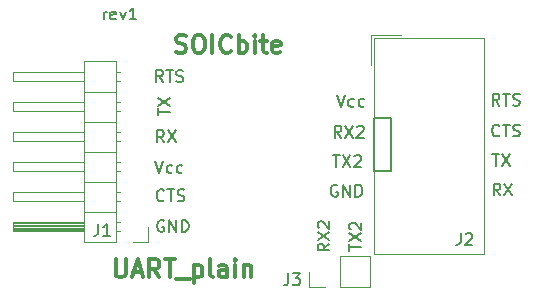
<source format=gbr>
G04 #@! TF.GenerationSoftware,KiCad,Pcbnew,5.0.2-bee76a0~70~ubuntu18.04.1*
G04 #@! TF.CreationDate,2019-08-02T17:52:02+01:00*
G04 #@! TF.ProjectId,UART_plain,55415254-5f70-46c6-9169-6e2e6b696361,rev?*
G04 #@! TF.SameCoordinates,Original*
G04 #@! TF.FileFunction,Legend,Top*
G04 #@! TF.FilePolarity,Positive*
%FSLAX46Y46*%
G04 Gerber Fmt 4.6, Leading zero omitted, Abs format (unit mm)*
G04 Created by KiCad (PCBNEW 5.0.2-bee76a0~70~ubuntu18.04.1) date Fri 02 Aug 2019 17:52:02 BST*
%MOMM*%
%LPD*%
G01*
G04 APERTURE LIST*
%ADD10C,0.200000*%
%ADD11C,0.300000*%
%ADD12C,0.120000*%
%ADD13C,0.150000*%
G04 APERTURE END LIST*
D10*
X125052380Y-104142857D02*
X124576190Y-104476190D01*
X125052380Y-104714285D02*
X124052380Y-104714285D01*
X124052380Y-104333333D01*
X124100000Y-104238095D01*
X124147619Y-104190476D01*
X124242857Y-104142857D01*
X124385714Y-104142857D01*
X124480952Y-104190476D01*
X124528571Y-104238095D01*
X124576190Y-104333333D01*
X124576190Y-104714285D01*
X124052380Y-103809523D02*
X125052380Y-103142857D01*
X124052380Y-103142857D02*
X125052380Y-103809523D01*
X124147619Y-102809523D02*
X124100000Y-102761904D01*
X124052380Y-102666666D01*
X124052380Y-102428571D01*
X124100000Y-102333333D01*
X124147619Y-102285714D01*
X124242857Y-102238095D01*
X124338095Y-102238095D01*
X124480952Y-102285714D01*
X125052380Y-102857142D01*
X125052380Y-102238095D01*
X126752380Y-104738095D02*
X126752380Y-104166666D01*
X127752380Y-104452380D02*
X126752380Y-104452380D01*
X126752380Y-103928571D02*
X127752380Y-103261904D01*
X126752380Y-103261904D02*
X127752380Y-103928571D01*
X126847619Y-102928571D02*
X126800000Y-102880952D01*
X126752380Y-102785714D01*
X126752380Y-102547619D01*
X126800000Y-102452380D01*
X126847619Y-102404761D01*
X126942857Y-102357142D01*
X127038095Y-102357142D01*
X127180952Y-102404761D01*
X127752380Y-102976190D01*
X127752380Y-102357142D01*
X110952380Y-90452380D02*
X110619047Y-89976190D01*
X110380952Y-90452380D02*
X110380952Y-89452380D01*
X110761904Y-89452380D01*
X110857142Y-89500000D01*
X110904761Y-89547619D01*
X110952380Y-89642857D01*
X110952380Y-89785714D01*
X110904761Y-89880952D01*
X110857142Y-89928571D01*
X110761904Y-89976190D01*
X110380952Y-89976190D01*
X111238095Y-89452380D02*
X111809523Y-89452380D01*
X111523809Y-90452380D02*
X111523809Y-89452380D01*
X112095238Y-90404761D02*
X112238095Y-90452380D01*
X112476190Y-90452380D01*
X112571428Y-90404761D01*
X112619047Y-90357142D01*
X112666666Y-90261904D01*
X112666666Y-90166666D01*
X112619047Y-90071428D01*
X112571428Y-90023809D01*
X112476190Y-89976190D01*
X112285714Y-89928571D01*
X112190476Y-89880952D01*
X112142857Y-89833333D01*
X112095238Y-89738095D01*
X112095238Y-89642857D01*
X112142857Y-89547619D01*
X112190476Y-89500000D01*
X112285714Y-89452380D01*
X112523809Y-89452380D01*
X112666666Y-89500000D01*
X111033333Y-95552380D02*
X110700000Y-95076190D01*
X110461904Y-95552380D02*
X110461904Y-94552380D01*
X110842857Y-94552380D01*
X110938095Y-94600000D01*
X110985714Y-94647619D01*
X111033333Y-94742857D01*
X111033333Y-94885714D01*
X110985714Y-94980952D01*
X110938095Y-95028571D01*
X110842857Y-95076190D01*
X110461904Y-95076190D01*
X111366666Y-94552380D02*
X112033333Y-95552380D01*
X112033333Y-94552380D02*
X111366666Y-95552380D01*
X110552380Y-93261904D02*
X110552380Y-92690476D01*
X111552380Y-92976190D02*
X110552380Y-92976190D01*
X110552380Y-92452380D02*
X111552380Y-91785714D01*
X110552380Y-91785714D02*
X111552380Y-92452380D01*
X111052380Y-100457142D02*
X111004761Y-100504761D01*
X110861904Y-100552380D01*
X110766666Y-100552380D01*
X110623809Y-100504761D01*
X110528571Y-100409523D01*
X110480952Y-100314285D01*
X110433333Y-100123809D01*
X110433333Y-99980952D01*
X110480952Y-99790476D01*
X110528571Y-99695238D01*
X110623809Y-99600000D01*
X110766666Y-99552380D01*
X110861904Y-99552380D01*
X111004761Y-99600000D01*
X111052380Y-99647619D01*
X111338095Y-99552380D02*
X111909523Y-99552380D01*
X111623809Y-100552380D02*
X111623809Y-99552380D01*
X112195238Y-100504761D02*
X112338095Y-100552380D01*
X112576190Y-100552380D01*
X112671428Y-100504761D01*
X112719047Y-100457142D01*
X112766666Y-100361904D01*
X112766666Y-100266666D01*
X112719047Y-100171428D01*
X112671428Y-100123809D01*
X112576190Y-100076190D01*
X112385714Y-100028571D01*
X112290476Y-99980952D01*
X112242857Y-99933333D01*
X112195238Y-99838095D01*
X112195238Y-99742857D01*
X112242857Y-99647619D01*
X112290476Y-99600000D01*
X112385714Y-99552380D01*
X112623809Y-99552380D01*
X112766666Y-99600000D01*
X111038095Y-102200000D02*
X110942857Y-102152380D01*
X110800000Y-102152380D01*
X110657142Y-102200000D01*
X110561904Y-102295238D01*
X110514285Y-102390476D01*
X110466666Y-102580952D01*
X110466666Y-102723809D01*
X110514285Y-102914285D01*
X110561904Y-103009523D01*
X110657142Y-103104761D01*
X110800000Y-103152380D01*
X110895238Y-103152380D01*
X111038095Y-103104761D01*
X111085714Y-103057142D01*
X111085714Y-102723809D01*
X110895238Y-102723809D01*
X111514285Y-103152380D02*
X111514285Y-102152380D01*
X112085714Y-103152380D01*
X112085714Y-102152380D01*
X112561904Y-103152380D02*
X112561904Y-102152380D01*
X112800000Y-102152380D01*
X112942857Y-102200000D01*
X113038095Y-102295238D01*
X113085714Y-102390476D01*
X113133333Y-102580952D01*
X113133333Y-102723809D01*
X113085714Y-102914285D01*
X113038095Y-103009523D01*
X112942857Y-103104761D01*
X112800000Y-103152380D01*
X112561904Y-103152380D01*
X110309523Y-97152380D02*
X110642857Y-98152380D01*
X110976190Y-97152380D01*
X111738095Y-98104761D02*
X111642857Y-98152380D01*
X111452380Y-98152380D01*
X111357142Y-98104761D01*
X111309523Y-98057142D01*
X111261904Y-97961904D01*
X111261904Y-97676190D01*
X111309523Y-97580952D01*
X111357142Y-97533333D01*
X111452380Y-97485714D01*
X111642857Y-97485714D01*
X111738095Y-97533333D01*
X112595238Y-98104761D02*
X112500000Y-98152380D01*
X112309523Y-98152380D01*
X112214285Y-98104761D01*
X112166666Y-98057142D01*
X112119047Y-97961904D01*
X112119047Y-97676190D01*
X112166666Y-97580952D01*
X112214285Y-97533333D01*
X112309523Y-97485714D01*
X112500000Y-97485714D01*
X112595238Y-97533333D01*
D11*
X112071428Y-87907142D02*
X112285714Y-87978571D01*
X112642857Y-87978571D01*
X112785714Y-87907142D01*
X112857142Y-87835714D01*
X112928571Y-87692857D01*
X112928571Y-87550000D01*
X112857142Y-87407142D01*
X112785714Y-87335714D01*
X112642857Y-87264285D01*
X112357142Y-87192857D01*
X112214285Y-87121428D01*
X112142857Y-87050000D01*
X112071428Y-86907142D01*
X112071428Y-86764285D01*
X112142857Y-86621428D01*
X112214285Y-86550000D01*
X112357142Y-86478571D01*
X112714285Y-86478571D01*
X112928571Y-86550000D01*
X113857142Y-86478571D02*
X114142857Y-86478571D01*
X114285714Y-86550000D01*
X114428571Y-86692857D01*
X114500000Y-86978571D01*
X114500000Y-87478571D01*
X114428571Y-87764285D01*
X114285714Y-87907142D01*
X114142857Y-87978571D01*
X113857142Y-87978571D01*
X113714285Y-87907142D01*
X113571428Y-87764285D01*
X113500000Y-87478571D01*
X113500000Y-86978571D01*
X113571428Y-86692857D01*
X113714285Y-86550000D01*
X113857142Y-86478571D01*
X115142857Y-87978571D02*
X115142857Y-86478571D01*
X116714285Y-87835714D02*
X116642857Y-87907142D01*
X116428571Y-87978571D01*
X116285714Y-87978571D01*
X116071428Y-87907142D01*
X115928571Y-87764285D01*
X115857142Y-87621428D01*
X115785714Y-87335714D01*
X115785714Y-87121428D01*
X115857142Y-86835714D01*
X115928571Y-86692857D01*
X116071428Y-86550000D01*
X116285714Y-86478571D01*
X116428571Y-86478571D01*
X116642857Y-86550000D01*
X116714285Y-86621428D01*
X117357142Y-87978571D02*
X117357142Y-86478571D01*
X117357142Y-87050000D02*
X117500000Y-86978571D01*
X117785714Y-86978571D01*
X117928571Y-87050000D01*
X118000000Y-87121428D01*
X118071428Y-87264285D01*
X118071428Y-87692857D01*
X118000000Y-87835714D01*
X117928571Y-87907142D01*
X117785714Y-87978571D01*
X117500000Y-87978571D01*
X117357142Y-87907142D01*
X118714285Y-87978571D02*
X118714285Y-86978571D01*
X118714285Y-86478571D02*
X118642857Y-86550000D01*
X118714285Y-86621428D01*
X118785714Y-86550000D01*
X118714285Y-86478571D01*
X118714285Y-86621428D01*
X119214285Y-86978571D02*
X119785714Y-86978571D01*
X119428571Y-86478571D02*
X119428571Y-87764285D01*
X119500000Y-87907142D01*
X119642857Y-87978571D01*
X119785714Y-87978571D01*
X120857142Y-87907142D02*
X120714285Y-87978571D01*
X120428571Y-87978571D01*
X120285714Y-87907142D01*
X120214285Y-87764285D01*
X120214285Y-87192857D01*
X120285714Y-87050000D01*
X120428571Y-86978571D01*
X120714285Y-86978571D01*
X120857142Y-87050000D01*
X120928571Y-87192857D01*
X120928571Y-87335714D01*
X120214285Y-87478571D01*
D10*
X139452380Y-92452380D02*
X139119047Y-91976190D01*
X138880952Y-92452380D02*
X138880952Y-91452380D01*
X139261904Y-91452380D01*
X139357142Y-91500000D01*
X139404761Y-91547619D01*
X139452380Y-91642857D01*
X139452380Y-91785714D01*
X139404761Y-91880952D01*
X139357142Y-91928571D01*
X139261904Y-91976190D01*
X138880952Y-91976190D01*
X139738095Y-91452380D02*
X140309523Y-91452380D01*
X140023809Y-92452380D02*
X140023809Y-91452380D01*
X140595238Y-92404761D02*
X140738095Y-92452380D01*
X140976190Y-92452380D01*
X141071428Y-92404761D01*
X141119047Y-92357142D01*
X141166666Y-92261904D01*
X141166666Y-92166666D01*
X141119047Y-92071428D01*
X141071428Y-92023809D01*
X140976190Y-91976190D01*
X140785714Y-91928571D01*
X140690476Y-91880952D01*
X140642857Y-91833333D01*
X140595238Y-91738095D01*
X140595238Y-91642857D01*
X140642857Y-91547619D01*
X140690476Y-91500000D01*
X140785714Y-91452380D01*
X141023809Y-91452380D01*
X141166666Y-91500000D01*
X139452380Y-94957142D02*
X139404761Y-95004761D01*
X139261904Y-95052380D01*
X139166666Y-95052380D01*
X139023809Y-95004761D01*
X138928571Y-94909523D01*
X138880952Y-94814285D01*
X138833333Y-94623809D01*
X138833333Y-94480952D01*
X138880952Y-94290476D01*
X138928571Y-94195238D01*
X139023809Y-94100000D01*
X139166666Y-94052380D01*
X139261904Y-94052380D01*
X139404761Y-94100000D01*
X139452380Y-94147619D01*
X139738095Y-94052380D02*
X140309523Y-94052380D01*
X140023809Y-95052380D02*
X140023809Y-94052380D01*
X140595238Y-95004761D02*
X140738095Y-95052380D01*
X140976190Y-95052380D01*
X141071428Y-95004761D01*
X141119047Y-94957142D01*
X141166666Y-94861904D01*
X141166666Y-94766666D01*
X141119047Y-94671428D01*
X141071428Y-94623809D01*
X140976190Y-94576190D01*
X140785714Y-94528571D01*
X140690476Y-94480952D01*
X140642857Y-94433333D01*
X140595238Y-94338095D01*
X140595238Y-94242857D01*
X140642857Y-94147619D01*
X140690476Y-94100000D01*
X140785714Y-94052380D01*
X141023809Y-94052380D01*
X141166666Y-94100000D01*
X138838095Y-96552380D02*
X139409523Y-96552380D01*
X139123809Y-97552380D02*
X139123809Y-96552380D01*
X139647619Y-96552380D02*
X140314285Y-97552380D01*
X140314285Y-96552380D02*
X139647619Y-97552380D01*
X139533333Y-100052380D02*
X139200000Y-99576190D01*
X138961904Y-100052380D02*
X138961904Y-99052380D01*
X139342857Y-99052380D01*
X139438095Y-99100000D01*
X139485714Y-99147619D01*
X139533333Y-99242857D01*
X139533333Y-99385714D01*
X139485714Y-99480952D01*
X139438095Y-99528571D01*
X139342857Y-99576190D01*
X138961904Y-99576190D01*
X139866666Y-99052380D02*
X140533333Y-100052380D01*
X140533333Y-99052380D02*
X139866666Y-100052380D01*
X125738095Y-99200000D02*
X125642857Y-99152380D01*
X125500000Y-99152380D01*
X125357142Y-99200000D01*
X125261904Y-99295238D01*
X125214285Y-99390476D01*
X125166666Y-99580952D01*
X125166666Y-99723809D01*
X125214285Y-99914285D01*
X125261904Y-100009523D01*
X125357142Y-100104761D01*
X125500000Y-100152380D01*
X125595238Y-100152380D01*
X125738095Y-100104761D01*
X125785714Y-100057142D01*
X125785714Y-99723809D01*
X125595238Y-99723809D01*
X126214285Y-100152380D02*
X126214285Y-99152380D01*
X126785714Y-100152380D01*
X126785714Y-99152380D01*
X127261904Y-100152380D02*
X127261904Y-99152380D01*
X127500000Y-99152380D01*
X127642857Y-99200000D01*
X127738095Y-99295238D01*
X127785714Y-99390476D01*
X127833333Y-99580952D01*
X127833333Y-99723809D01*
X127785714Y-99914285D01*
X127738095Y-100009523D01*
X127642857Y-100104761D01*
X127500000Y-100152380D01*
X127261904Y-100152380D01*
X125361904Y-96652380D02*
X125933333Y-96652380D01*
X125647619Y-97652380D02*
X125647619Y-96652380D01*
X126171428Y-96652380D02*
X126838095Y-97652380D01*
X126838095Y-96652380D02*
X126171428Y-97652380D01*
X127171428Y-96747619D02*
X127219047Y-96700000D01*
X127314285Y-96652380D01*
X127552380Y-96652380D01*
X127647619Y-96700000D01*
X127695238Y-96747619D01*
X127742857Y-96842857D01*
X127742857Y-96938095D01*
X127695238Y-97080952D01*
X127123809Y-97652380D01*
X127742857Y-97652380D01*
X126057142Y-95152380D02*
X125723809Y-94676190D01*
X125485714Y-95152380D02*
X125485714Y-94152380D01*
X125866666Y-94152380D01*
X125961904Y-94200000D01*
X126009523Y-94247619D01*
X126057142Y-94342857D01*
X126057142Y-94485714D01*
X126009523Y-94580952D01*
X125961904Y-94628571D01*
X125866666Y-94676190D01*
X125485714Y-94676190D01*
X126390476Y-94152380D02*
X127057142Y-95152380D01*
X127057142Y-94152380D02*
X126390476Y-95152380D01*
X127390476Y-94247619D02*
X127438095Y-94200000D01*
X127533333Y-94152380D01*
X127771428Y-94152380D01*
X127866666Y-94200000D01*
X127914285Y-94247619D01*
X127961904Y-94342857D01*
X127961904Y-94438095D01*
X127914285Y-94580952D01*
X127342857Y-95152380D01*
X127961904Y-95152380D01*
X125709523Y-91552380D02*
X126042857Y-92552380D01*
X126376190Y-91552380D01*
X127138095Y-92504761D02*
X127042857Y-92552380D01*
X126852380Y-92552380D01*
X126757142Y-92504761D01*
X126709523Y-92457142D01*
X126661904Y-92361904D01*
X126661904Y-92076190D01*
X126709523Y-91980952D01*
X126757142Y-91933333D01*
X126852380Y-91885714D01*
X127042857Y-91885714D01*
X127138095Y-91933333D01*
X127995238Y-92504761D02*
X127900000Y-92552380D01*
X127709523Y-92552380D01*
X127614285Y-92504761D01*
X127566666Y-92457142D01*
X127519047Y-92361904D01*
X127519047Y-92076190D01*
X127566666Y-91980952D01*
X127614285Y-91933333D01*
X127709523Y-91885714D01*
X127900000Y-91885714D01*
X127995238Y-91933333D01*
X105942857Y-85152380D02*
X105942857Y-84485714D01*
X105942857Y-84676190D02*
X105990476Y-84580952D01*
X106038095Y-84533333D01*
X106133333Y-84485714D01*
X106228571Y-84485714D01*
X106942857Y-85104761D02*
X106847619Y-85152380D01*
X106657142Y-85152380D01*
X106561904Y-85104761D01*
X106514285Y-85009523D01*
X106514285Y-84628571D01*
X106561904Y-84533333D01*
X106657142Y-84485714D01*
X106847619Y-84485714D01*
X106942857Y-84533333D01*
X106990476Y-84628571D01*
X106990476Y-84723809D01*
X106514285Y-84819047D01*
X107323809Y-84485714D02*
X107561904Y-85152380D01*
X107800000Y-84485714D01*
X108704761Y-85152380D02*
X108133333Y-85152380D01*
X108419047Y-85152380D02*
X108419047Y-84152380D01*
X108323809Y-84295238D01*
X108228571Y-84390476D01*
X108133333Y-84438095D01*
D11*
X106949999Y-105478571D02*
X106949999Y-106692857D01*
X107021428Y-106835714D01*
X107092857Y-106907142D01*
X107235714Y-106978571D01*
X107521428Y-106978571D01*
X107664285Y-106907142D01*
X107735714Y-106835714D01*
X107807142Y-106692857D01*
X107807142Y-105478571D01*
X108449999Y-106550000D02*
X109164285Y-106550000D01*
X108307142Y-106978571D02*
X108807142Y-105478571D01*
X109307142Y-106978571D01*
X110664285Y-106978571D02*
X110164285Y-106264285D01*
X109807142Y-106978571D02*
X109807142Y-105478571D01*
X110378571Y-105478571D01*
X110521428Y-105550000D01*
X110592857Y-105621428D01*
X110664285Y-105764285D01*
X110664285Y-105978571D01*
X110592857Y-106121428D01*
X110521428Y-106192857D01*
X110378571Y-106264285D01*
X109807142Y-106264285D01*
X111092857Y-105478571D02*
X111949999Y-105478571D01*
X111521428Y-106978571D02*
X111521428Y-105478571D01*
X112092857Y-107121428D02*
X113235714Y-107121428D01*
X113592857Y-105978571D02*
X113592857Y-107478571D01*
X113592857Y-106050000D02*
X113735714Y-105978571D01*
X114021428Y-105978571D01*
X114164285Y-106050000D01*
X114235714Y-106121428D01*
X114307142Y-106264285D01*
X114307142Y-106692857D01*
X114235714Y-106835714D01*
X114164285Y-106907142D01*
X114021428Y-106978571D01*
X113735714Y-106978571D01*
X113592857Y-106907142D01*
X115164285Y-106978571D02*
X115021428Y-106907142D01*
X114949999Y-106764285D01*
X114949999Y-105478571D01*
X116378571Y-106978571D02*
X116378571Y-106192857D01*
X116307142Y-106050000D01*
X116164285Y-105978571D01*
X115878571Y-105978571D01*
X115735714Y-106050000D01*
X116378571Y-106907142D02*
X116235714Y-106978571D01*
X115878571Y-106978571D01*
X115735714Y-106907142D01*
X115664285Y-106764285D01*
X115664285Y-106621428D01*
X115735714Y-106478571D01*
X115878571Y-106407142D01*
X116235714Y-106407142D01*
X116378571Y-106335714D01*
X117092857Y-106978571D02*
X117092857Y-105978571D01*
X117092857Y-105478571D02*
X117021428Y-105550000D01*
X117092857Y-105621428D01*
X117164285Y-105550000D01*
X117092857Y-105478571D01*
X117092857Y-105621428D01*
X117807142Y-105978571D02*
X117807142Y-106978571D01*
X117807142Y-106121428D02*
X117878571Y-106050000D01*
X118021428Y-105978571D01*
X118235714Y-105978571D01*
X118378571Y-106050000D01*
X118449999Y-106192857D01*
X118449999Y-106978571D01*
D10*
X128800000Y-98000000D02*
X128800000Y-93500000D01*
X130300000Y-98000000D02*
X128800000Y-98000000D01*
X130300000Y-93500000D02*
X130300000Y-98000000D01*
X128800000Y-93500000D02*
X130300000Y-93500000D01*
D12*
G04 #@! TO.C,J2*
X138160001Y-86710001D02*
X138160001Y-105030001D01*
X138160001Y-105030001D02*
X128810001Y-105030001D01*
X128810001Y-105030001D02*
X128810001Y-86710001D01*
X128810001Y-86710001D02*
X138160001Y-86710001D01*
X128560001Y-86460001D02*
X128560001Y-89000001D01*
X128560001Y-86460001D02*
X131100001Y-86460001D01*
G04 #@! TO.C,J1*
X106960000Y-104030000D02*
X106960000Y-88670000D01*
X106960000Y-88670000D02*
X104300000Y-88670000D01*
X104300000Y-88670000D02*
X104300000Y-104030000D01*
X104300000Y-104030000D02*
X106960000Y-104030000D01*
X104300000Y-103080000D02*
X98300000Y-103080000D01*
X98300000Y-103080000D02*
X98300000Y-102320000D01*
X98300000Y-102320000D02*
X104300000Y-102320000D01*
X104300000Y-103020000D02*
X98300000Y-103020000D01*
X104300000Y-102900000D02*
X98300000Y-102900000D01*
X104300000Y-102780000D02*
X98300000Y-102780000D01*
X104300000Y-102660000D02*
X98300000Y-102660000D01*
X104300000Y-102540000D02*
X98300000Y-102540000D01*
X104300000Y-102420000D02*
X98300000Y-102420000D01*
X107290000Y-103080000D02*
X106960000Y-103080000D01*
X107290000Y-102320000D02*
X106960000Y-102320000D01*
X106960000Y-101430000D02*
X104300000Y-101430000D01*
X104300000Y-100540000D02*
X98300000Y-100540000D01*
X98300000Y-100540000D02*
X98300000Y-99780000D01*
X98300000Y-99780000D02*
X104300000Y-99780000D01*
X107357071Y-100540000D02*
X106960000Y-100540000D01*
X107357071Y-99780000D02*
X106960000Y-99780000D01*
X106960000Y-98890000D02*
X104300000Y-98890000D01*
X104300000Y-98000000D02*
X98300000Y-98000000D01*
X98300000Y-98000000D02*
X98300000Y-97240000D01*
X98300000Y-97240000D02*
X104300000Y-97240000D01*
X107357071Y-98000000D02*
X106960000Y-98000000D01*
X107357071Y-97240000D02*
X106960000Y-97240000D01*
X106960000Y-96350000D02*
X104300000Y-96350000D01*
X104300000Y-95460000D02*
X98300000Y-95460000D01*
X98300000Y-95460000D02*
X98300000Y-94700000D01*
X98300000Y-94700000D02*
X104300000Y-94700000D01*
X107357071Y-95460000D02*
X106960000Y-95460000D01*
X107357071Y-94700000D02*
X106960000Y-94700000D01*
X106960000Y-93810000D02*
X104300000Y-93810000D01*
X104300000Y-92920000D02*
X98300000Y-92920000D01*
X98300000Y-92920000D02*
X98300000Y-92160000D01*
X98300000Y-92160000D02*
X104300000Y-92160000D01*
X107357071Y-92920000D02*
X106960000Y-92920000D01*
X107357071Y-92160000D02*
X106960000Y-92160000D01*
X106960000Y-91270000D02*
X104300000Y-91270000D01*
X104300000Y-90380000D02*
X98300000Y-90380000D01*
X98300000Y-90380000D02*
X98300000Y-89620000D01*
X98300000Y-89620000D02*
X104300000Y-89620000D01*
X107357071Y-90380000D02*
X106960000Y-90380000D01*
X107357071Y-89620000D02*
X106960000Y-89620000D01*
X109670000Y-102700000D02*
X109670000Y-103970000D01*
X109670000Y-103970000D02*
X108400000Y-103970000D01*
G04 #@! TO.C,J3*
X128530000Y-107830000D02*
X128530000Y-105170000D01*
X125930000Y-107830000D02*
X128530000Y-107830000D01*
X125930000Y-105170000D02*
X128530000Y-105170000D01*
X125930000Y-107830000D02*
X125930000Y-105170000D01*
X124660000Y-107830000D02*
X123330000Y-107830000D01*
X123330000Y-107830000D02*
X123330000Y-106500000D01*
G04 #@! TO.C,J2*
D13*
X136166666Y-103252380D02*
X136166666Y-103966666D01*
X136119047Y-104109523D01*
X136023809Y-104204761D01*
X135880952Y-104252380D01*
X135785714Y-104252380D01*
X136595238Y-103347619D02*
X136642857Y-103300000D01*
X136738095Y-103252380D01*
X136976190Y-103252380D01*
X137071428Y-103300000D01*
X137119047Y-103347619D01*
X137166666Y-103442857D01*
X137166666Y-103538095D01*
X137119047Y-103680952D01*
X136547619Y-104252380D01*
X137166666Y-104252380D01*
G04 #@! TO.C,J1*
X105466666Y-102452380D02*
X105466666Y-103166666D01*
X105419047Y-103309523D01*
X105323809Y-103404761D01*
X105180952Y-103452380D01*
X105085714Y-103452380D01*
X106466666Y-103452380D02*
X105895238Y-103452380D01*
X106180952Y-103452380D02*
X106180952Y-102452380D01*
X106085714Y-102595238D01*
X105990476Y-102690476D01*
X105895238Y-102738095D01*
G04 #@! TO.C,J3*
X121566666Y-106652380D02*
X121566666Y-107366666D01*
X121519047Y-107509523D01*
X121423809Y-107604761D01*
X121280952Y-107652380D01*
X121185714Y-107652380D01*
X121947619Y-106652380D02*
X122566666Y-106652380D01*
X122233333Y-107033333D01*
X122376190Y-107033333D01*
X122471428Y-107080952D01*
X122519047Y-107128571D01*
X122566666Y-107223809D01*
X122566666Y-107461904D01*
X122519047Y-107557142D01*
X122471428Y-107604761D01*
X122376190Y-107652380D01*
X122090476Y-107652380D01*
X121995238Y-107604761D01*
X121947619Y-107557142D01*
G04 #@! TD*
M02*

</source>
